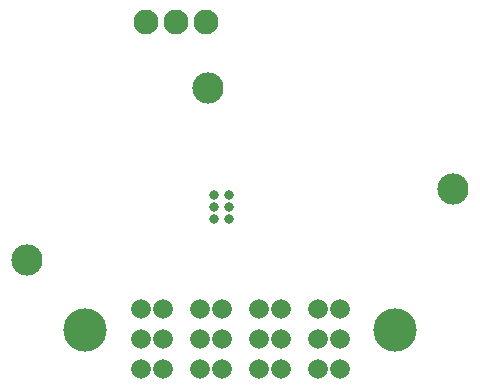
<source format=gbs>
G04*
G04 #@! TF.GenerationSoftware,Altium Limited,Altium Designer,23.5.1 (21)*
G04*
G04 Layer_Color=16711935*
%FSLAX25Y25*%
%MOIN*%
G70*
G04*
G04 #@! TF.SameCoordinates,86227DCE-1063-40F1-909C-4B7B8863FCA1*
G04*
G04*
G04 #@! TF.FilePolarity,Negative*
G04*
G01*
G75*
%ADD25C,0.06542*%
%ADD26C,0.14416*%
%ADD27C,0.10400*%
%ADD28C,0.08274*%
%ADD29C,0.03200*%
D25*
X101828Y-184700D02*
D03*
X109230D02*
D03*
X101828Y-194700D02*
D03*
X109230D02*
D03*
X101828Y-204700D02*
D03*
X109230D02*
D03*
X121513Y-184700D02*
D03*
X128915D02*
D03*
X121513Y-194700D02*
D03*
X128915D02*
D03*
X121513Y-204700D02*
D03*
X128915D02*
D03*
X141198Y-184700D02*
D03*
X148600D02*
D03*
X141198Y-194700D02*
D03*
X148600D02*
D03*
X141198Y-204700D02*
D03*
X148600D02*
D03*
X82143Y-184700D02*
D03*
X89545D02*
D03*
X82143Y-194700D02*
D03*
X89545D02*
D03*
X82143Y-204700D02*
D03*
X89545D02*
D03*
D26*
X63639Y-191708D02*
D03*
X167104D02*
D03*
D27*
X44300Y-168500D02*
D03*
X186300Y-144600D02*
D03*
X104700Y-110900D02*
D03*
D28*
X103800Y-89000D02*
D03*
X93958D02*
D03*
X84115D02*
D03*
D29*
X106641Y-146800D02*
D03*
X111531D02*
D03*
X106641Y-150800D02*
D03*
X111531D02*
D03*
X106641Y-154800D02*
D03*
X111531D02*
D03*
M02*

</source>
